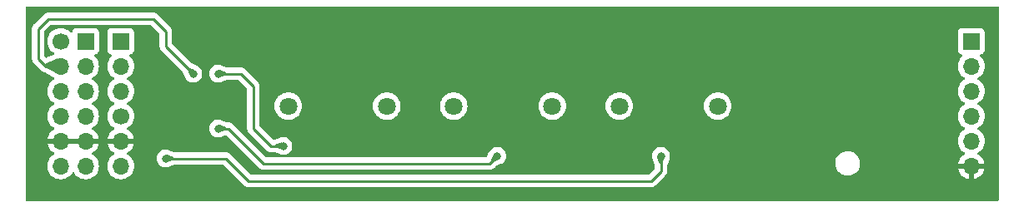
<source format=gbr>
%TF.GenerationSoftware,KiCad,Pcbnew,7.0.2*%
%TF.CreationDate,2023-10-31T00:40:57+09:00*%
%TF.ProjectId,Pmod_US_Speaker,506d6f64-5f55-4535-9f53-7065616b6572,rev?*%
%TF.SameCoordinates,Original*%
%TF.FileFunction,Copper,L2,Bot*%
%TF.FilePolarity,Positive*%
%FSLAX46Y46*%
G04 Gerber Fmt 4.6, Leading zero omitted, Abs format (unit mm)*
G04 Created by KiCad (PCBNEW 7.0.2) date 2023-10-31 00:40:57*
%MOMM*%
%LPD*%
G01*
G04 APERTURE LIST*
%TA.AperFunction,ComponentPad*%
%ADD10C,1.800000*%
%TD*%
%TA.AperFunction,ComponentPad*%
%ADD11R,1.700000X1.700000*%
%TD*%
%TA.AperFunction,ComponentPad*%
%ADD12O,1.700000X1.700000*%
%TD*%
%TA.AperFunction,ComponentPad*%
%ADD13C,1.700000*%
%TD*%
%TA.AperFunction,ViaPad*%
%ADD14C,0.800000*%
%TD*%
%TA.AperFunction,Conductor*%
%ADD15C,0.250000*%
%TD*%
G04 APERTURE END LIST*
D10*
%TO.P,U1,1,1*%
%TO.N,Net-(IC1-OUTA)*%
X118618000Y-101600000D03*
%TO.P,U1,2,2*%
%TO.N,Net-(IC1-OUTB)*%
X128618000Y-101600000D03*
%TD*%
D11*
%TO.P,REF\u002A\u002A,1*%
%TO.N,Net-(IC1-VS)*%
X187960000Y-94996000D03*
D12*
%TO.P,REF\u002A\u002A,2*%
%TO.N,N/C*%
X187960000Y-97536000D03*
%TO.P,REF\u002A\u002A,3*%
X187960000Y-100076000D03*
%TO.P,REF\u002A\u002A,4*%
X187960000Y-102616000D03*
%TO.P,REF\u002A\u002A,5*%
X187960000Y-105156000D03*
%TO.P,REF\u002A\u002A,6*%
%TO.N,GND*%
X187960000Y-107696000D03*
%TD*%
D10*
%TO.P,U3,1,1*%
%TO.N,Net-(IC3-OUTA)*%
X152226000Y-101600000D03*
%TO.P,U3,2,2*%
%TO.N,Net-(IC3-OUTB)*%
X162226000Y-101600000D03*
%TD*%
%TO.P,U2,1,1*%
%TO.N,Net-(IC2-OUTA)*%
X135415000Y-101600000D03*
%TO.P,U2,2,2*%
%TO.N,Net-(IC2-OUTB)*%
X145415000Y-101600000D03*
%TD*%
D13*
%TO.P,REF\u002A\u002A,1*%
%TO.N,unconnected-(J1-Pin_4-Pad4)*%
X101600000Y-102616000D03*
D12*
%TO.P,REF\u002A\u002A,2*%
%TO.N,GND*%
X101600000Y-105156000D03*
%TO.P,REF\u002A\u002A,3*%
%TO.N,VCC*%
X101600000Y-107696000D03*
%TD*%
D11*
%TO.P,J3,1,Pin_1*%
%TO.N,Net-(IC1-INA)*%
X101600000Y-94996000D03*
D12*
%TO.P,J3,2,Pin_2*%
%TO.N,Net-(IC2-INA)*%
X101600000Y-97536000D03*
%TO.P,J3,3,Pin_3*%
%TO.N,Net-(IC3-INA)*%
X101600000Y-100076000D03*
%TD*%
D11*
%TO.P,J1,1,Pin_1*%
%TO.N,Net-(IC1-INA)*%
X98043000Y-94996000D03*
D12*
%TO.P,J1,2,Pin_2*%
%TO.N,Net-(IC2-INA)*%
X98043000Y-97536000D03*
%TO.P,J1,3,Pin_3*%
%TO.N,Net-(IC3-INA)*%
X98043000Y-100076000D03*
%TO.P,J1,4,Pin_4*%
%TO.N,unconnected-(J1-Pin_4-Pad4)*%
X98043000Y-102616000D03*
%TO.P,J1,5,Pin_5*%
%TO.N,GND*%
X98043000Y-105156000D03*
%TO.P,J1,6,Pin_6*%
%TO.N,VCC*%
X98043000Y-107696000D03*
D13*
%TO.P,J1,7,Pin_7*%
%TO.N,Net-(IC1-INB)*%
X95503000Y-94996000D03*
D12*
%TO.P,J1,8,Pin_8*%
%TO.N,Net-(IC2-INB)*%
X95503000Y-97536000D03*
%TO.P,J1,9,Pin_9*%
%TO.N,Net-(IC3-INB)*%
X95503000Y-100076000D03*
%TO.P,J1,10,Pin_10*%
%TO.N,unconnected-(J1-Pin_10-Pad10)*%
X95503000Y-102616000D03*
%TO.P,J1,11,Pin_11*%
%TO.N,GND*%
X95503000Y-105156000D03*
%TO.P,J1,12,Pin_12*%
%TO.N,VCC*%
X95503000Y-107696000D03*
%TD*%
D14*
%TO.N,GND*%
X132080000Y-96012000D03*
X148844000Y-96012000D03*
X132080000Y-104140000D03*
X148844000Y-106172000D03*
%TO.N,Net-(IC1-INA)*%
X118110000Y-105664000D03*
X111506000Y-98298000D03*
%TO.N,Net-(IC2-INA)*%
X139827000Y-106680000D03*
X111506000Y-103886000D03*
%TO.N,Net-(IC2-INB)*%
X108966000Y-98298000D03*
%TO.N,Net-(IC3-INA)*%
X156464000Y-106680000D03*
X106172000Y-106934000D03*
%TD*%
D15*
%TO.N,Net-(IC1-INA)*%
X115062000Y-103886000D02*
X115062000Y-99568000D01*
X115062000Y-99568000D02*
X113792000Y-98298000D01*
X118110000Y-105664000D02*
X116840000Y-105664000D01*
X113792000Y-98298000D02*
X111506000Y-98298000D01*
X116840000Y-105664000D02*
X115062000Y-103886000D01*
%TO.N,Net-(IC2-INA)*%
X139065000Y-107442000D02*
X139827000Y-106680000D01*
X112522000Y-103886000D02*
X116078000Y-107442000D01*
X111506000Y-103886000D02*
X112522000Y-103886000D01*
X116078000Y-107442000D02*
X139065000Y-107442000D01*
%TO.N,Net-(IC2-INB)*%
X94234000Y-92710000D02*
X93218000Y-93726000D01*
X106172000Y-93980000D02*
X104902000Y-92710000D01*
X106172000Y-95504000D02*
X106172000Y-93980000D01*
X93218000Y-96774000D02*
X93980000Y-97536000D01*
X108966000Y-98298000D02*
X106172000Y-95504000D01*
X93218000Y-93726000D02*
X93218000Y-96774000D01*
X104902000Y-92710000D02*
X94234000Y-92710000D01*
X93980000Y-97536000D02*
X95504000Y-97536000D01*
%TO.N,Net-(IC3-INA)*%
X156464000Y-108204000D02*
X156464000Y-106680000D01*
X155448000Y-109220000D02*
X114554000Y-109220000D01*
X112268000Y-106934000D02*
X114554000Y-109220000D01*
X155448000Y-109220000D02*
X156464000Y-108204000D01*
X106172000Y-106934000D02*
X112268000Y-106934000D01*
%TD*%
%TA.AperFunction,Conductor*%
%TO.N,GND*%
G36*
X97583507Y-104946156D02*
G01*
X97543000Y-105084111D01*
X97543000Y-105227889D01*
X97583507Y-105365844D01*
X97609314Y-105406000D01*
X95936686Y-105406000D01*
X95962493Y-105365844D01*
X96003000Y-105227889D01*
X96003000Y-105084111D01*
X95962493Y-104946156D01*
X95936686Y-104906000D01*
X97609314Y-104906000D01*
X97583507Y-104946156D01*
G37*
%TD.AperFunction*%
%TA.AperFunction,Conductor*%
G36*
X190697039Y-91459685D02*
G01*
X190742794Y-91512489D01*
X190754000Y-91564000D01*
X190754000Y-111128000D01*
X190734315Y-111195039D01*
X190681511Y-111240794D01*
X190630000Y-111252000D01*
X92072000Y-111252000D01*
X92004961Y-111232315D01*
X91959206Y-111179511D01*
X91948000Y-111128000D01*
X91948000Y-93706194D01*
X92587840Y-93706194D01*
X92591950Y-93749673D01*
X92592500Y-93761343D01*
X92592500Y-96691256D01*
X92590235Y-96711766D01*
X92592439Y-96781872D01*
X92592500Y-96785767D01*
X92592500Y-96813350D01*
X92592988Y-96817219D01*
X92592989Y-96817225D01*
X92593004Y-96817343D01*
X92593918Y-96828967D01*
X92595290Y-96872626D01*
X92600879Y-96891860D01*
X92604825Y-96910916D01*
X92607335Y-96930792D01*
X92623414Y-96971404D01*
X92627197Y-96982451D01*
X92639382Y-97024391D01*
X92649580Y-97041635D01*
X92658136Y-97059100D01*
X92665514Y-97077732D01*
X92665515Y-97077733D01*
X92691180Y-97113059D01*
X92697593Y-97122822D01*
X92719826Y-97160416D01*
X92719829Y-97160419D01*
X92719830Y-97160420D01*
X92733995Y-97174585D01*
X92746627Y-97189375D01*
X92758406Y-97205587D01*
X92792058Y-97233426D01*
X92800699Y-97241289D01*
X93401363Y-97841953D01*
X93408184Y-97849351D01*
X93412384Y-97854295D01*
X93413156Y-97854907D01*
X93423810Y-97864400D01*
X93479197Y-97919787D01*
X93492098Y-97935889D01*
X93494212Y-97937874D01*
X93494214Y-97937877D01*
X93541561Y-97982339D01*
X93543240Y-97983916D01*
X93546036Y-97986626D01*
X93565530Y-98006120D01*
X93568615Y-98008513D01*
X93568701Y-98008580D01*
X93577573Y-98016158D01*
X93609418Y-98046062D01*
X93626974Y-98055714D01*
X93643231Y-98066392D01*
X93659064Y-98078674D01*
X93671211Y-98083930D01*
X93699156Y-98096023D01*
X93709643Y-98101160D01*
X93747908Y-98122197D01*
X93767316Y-98127180D01*
X93785710Y-98133478D01*
X93804105Y-98141438D01*
X93847254Y-98148271D01*
X93858680Y-98150638D01*
X93872210Y-98154112D01*
X93880916Y-98156348D01*
X93912486Y-98169303D01*
X94133422Y-98297999D01*
X94743460Y-98653348D01*
X94752169Y-98658920D01*
X94817158Y-98704425D01*
X94860783Y-98759001D01*
X94867977Y-98828499D01*
X94836455Y-98890854D01*
X94817158Y-98907575D01*
X94766303Y-98943185D01*
X94631595Y-99037508D01*
X94464505Y-99204598D01*
X94328965Y-99398170D01*
X94229097Y-99612336D01*
X94167936Y-99840592D01*
X94147340Y-100076000D01*
X94167936Y-100311407D01*
X94197980Y-100423531D01*
X94229097Y-100539663D01*
X94328965Y-100753830D01*
X94464505Y-100947401D01*
X94631599Y-101114495D01*
X94817160Y-101244426D01*
X94860783Y-101299002D01*
X94867976Y-101368501D01*
X94836454Y-101430855D01*
X94817159Y-101447575D01*
X94631595Y-101577508D01*
X94464505Y-101744598D01*
X94328965Y-101938170D01*
X94229097Y-102152336D01*
X94167936Y-102380592D01*
X94147340Y-102616000D01*
X94167936Y-102851407D01*
X94203866Y-102985500D01*
X94229097Y-103079663D01*
X94328965Y-103293830D01*
X94464505Y-103487401D01*
X94631599Y-103654495D01*
X94817596Y-103784732D01*
X94861219Y-103839307D01*
X94868412Y-103908806D01*
X94836890Y-103971160D01*
X94817595Y-103987880D01*
X94631919Y-104117892D01*
X94464890Y-104284921D01*
X94329400Y-104478421D01*
X94229569Y-104692507D01*
X94172364Y-104905999D01*
X94172364Y-104906000D01*
X95069314Y-104906000D01*
X95043507Y-104946156D01*
X95003000Y-105084111D01*
X95003000Y-105227889D01*
X95043507Y-105365844D01*
X95069314Y-105406000D01*
X94172364Y-105406000D01*
X94229569Y-105619492D01*
X94329399Y-105833576D01*
X94464893Y-106027081D01*
X94631918Y-106194106D01*
X94817595Y-106324119D01*
X94861219Y-106378696D01*
X94868412Y-106448195D01*
X94836890Y-106510549D01*
X94817595Y-106527269D01*
X94631595Y-106657508D01*
X94464505Y-106824598D01*
X94328965Y-107018170D01*
X94229097Y-107232336D01*
X94167936Y-107460592D01*
X94147340Y-107695999D01*
X94167936Y-107931407D01*
X94205009Y-108069764D01*
X94229097Y-108159663D01*
X94328965Y-108373830D01*
X94464505Y-108567401D01*
X94631599Y-108734495D01*
X94825170Y-108870035D01*
X95039337Y-108969903D01*
X95267592Y-109031063D01*
X95503000Y-109051659D01*
X95738408Y-109031063D01*
X95966663Y-108969903D01*
X96180830Y-108870035D01*
X96374401Y-108734495D01*
X96541495Y-108567401D01*
X96671426Y-108381839D01*
X96726002Y-108338216D01*
X96795500Y-108331022D01*
X96857855Y-108362545D01*
X96874571Y-108381837D01*
X97004505Y-108567401D01*
X97171599Y-108734495D01*
X97365170Y-108870035D01*
X97579337Y-108969903D01*
X97807592Y-109031063D01*
X98043000Y-109051659D01*
X98278408Y-109031063D01*
X98506663Y-108969903D01*
X98720830Y-108870035D01*
X98914401Y-108734495D01*
X99081495Y-108567401D01*
X99217035Y-108373830D01*
X99316903Y-108159663D01*
X99378063Y-107931408D01*
X99398659Y-107696000D01*
X100244340Y-107696000D01*
X100264936Y-107931407D01*
X100302009Y-108069764D01*
X100326097Y-108159663D01*
X100425965Y-108373830D01*
X100561505Y-108567401D01*
X100728599Y-108734495D01*
X100922170Y-108870035D01*
X101136337Y-108969903D01*
X101364592Y-109031063D01*
X101600000Y-109051659D01*
X101835408Y-109031063D01*
X102063663Y-108969903D01*
X102277830Y-108870035D01*
X102471401Y-108734495D01*
X102638495Y-108567401D01*
X102774035Y-108373830D01*
X102873903Y-108159663D01*
X102935063Y-107931408D01*
X102955659Y-107696000D01*
X102935063Y-107460592D01*
X102873903Y-107232337D01*
X102774035Y-107018171D01*
X102715097Y-106933999D01*
X105266540Y-106933999D01*
X105286326Y-107122257D01*
X105344820Y-107302284D01*
X105439466Y-107466216D01*
X105566129Y-107606889D01*
X105719269Y-107718151D01*
X105892197Y-107795144D01*
X106077352Y-107834500D01*
X106077354Y-107834500D01*
X106266648Y-107834500D01*
X106451803Y-107795144D01*
X106480059Y-107782562D01*
X106503605Y-107774791D01*
X106514400Y-107772394D01*
X106526318Y-107767889D01*
X107008584Y-107585582D01*
X107056388Y-107567510D01*
X107100234Y-107559500D01*
X111957548Y-107559500D01*
X112024587Y-107579185D01*
X112045228Y-107595818D01*
X113055825Y-108606416D01*
X114053196Y-109603787D01*
X114066096Y-109619888D01*
X114117223Y-109667900D01*
X114120020Y-109670611D01*
X114139529Y-109690120D01*
X114142709Y-109692587D01*
X114151571Y-109700155D01*
X114183418Y-109730062D01*
X114200970Y-109739711D01*
X114217238Y-109750397D01*
X114233064Y-109762673D01*
X114273146Y-109780017D01*
X114283633Y-109785155D01*
X114321907Y-109806197D01*
X114330410Y-109808379D01*
X114341308Y-109811178D01*
X114359713Y-109817478D01*
X114378104Y-109825437D01*
X114421250Y-109832270D01*
X114432668Y-109834635D01*
X114474981Y-109845500D01*
X114495016Y-109845500D01*
X114514415Y-109847027D01*
X114534196Y-109850160D01*
X114577674Y-109846050D01*
X114589344Y-109845500D01*
X155365256Y-109845500D01*
X155385762Y-109847764D01*
X155388665Y-109847672D01*
X155388667Y-109847673D01*
X155455872Y-109845561D01*
X155459768Y-109845500D01*
X155483448Y-109845500D01*
X155487350Y-109845500D01*
X155491313Y-109844999D01*
X155502962Y-109844080D01*
X155546627Y-109842709D01*
X155565859Y-109837120D01*
X155584918Y-109833174D01*
X155592099Y-109832267D01*
X155604792Y-109830664D01*
X155645407Y-109814582D01*
X155656444Y-109810803D01*
X155698390Y-109798618D01*
X155715629Y-109788422D01*
X155733102Y-109779862D01*
X155751732Y-109772486D01*
X155787064Y-109746814D01*
X155796830Y-109740400D01*
X155834418Y-109718171D01*
X155834417Y-109718171D01*
X155834420Y-109718170D01*
X155848585Y-109704004D01*
X155863373Y-109691373D01*
X155879587Y-109679594D01*
X155907438Y-109645926D01*
X155915279Y-109637309D01*
X156847788Y-108704801D01*
X156863885Y-108691906D01*
X156865873Y-108689787D01*
X156865877Y-108689786D01*
X156911949Y-108640723D01*
X156914534Y-108638055D01*
X156934120Y-108618471D01*
X156936585Y-108615292D01*
X156944167Y-108606416D01*
X156955357Y-108594500D01*
X156974062Y-108574582D01*
X156983712Y-108557027D01*
X156994400Y-108540757D01*
X157006671Y-108524938D01*
X157006673Y-108524936D01*
X157024026Y-108484832D01*
X157029157Y-108474362D01*
X157050197Y-108436092D01*
X157055175Y-108416699D01*
X157061481Y-108398282D01*
X157068596Y-108381841D01*
X157069438Y-108379896D01*
X157076272Y-108336745D01*
X157078635Y-108325331D01*
X157089500Y-108283019D01*
X157089500Y-108262982D01*
X157091027Y-108243584D01*
X157094160Y-108223804D01*
X157090050Y-108180324D01*
X157089500Y-108168655D01*
X157089500Y-107608234D01*
X157097511Y-107564388D01*
X157099359Y-107559500D01*
X157126263Y-107488328D01*
X174159709Y-107488328D01*
X174189925Y-107711388D01*
X174258409Y-107922161D01*
X174259483Y-107925464D01*
X174366148Y-108123681D01*
X174506492Y-108299666D01*
X174676004Y-108447765D01*
X174676006Y-108447766D01*
X174869237Y-108563216D01*
X174987214Y-108607493D01*
X175079976Y-108642307D01*
X175301453Y-108682500D01*
X175467378Y-108682500D01*
X175470155Y-108682500D01*
X175638188Y-108667377D01*
X175855170Y-108607493D01*
X176057973Y-108509829D01*
X176240078Y-108377522D01*
X176395632Y-108214825D01*
X176519635Y-108026968D01*
X176608103Y-107819988D01*
X176658191Y-107600537D01*
X176668290Y-107375670D01*
X176638075Y-107152613D01*
X176568517Y-106938536D01*
X176461852Y-106740319D01*
X176322610Y-106565716D01*
X176321509Y-106564335D01*
X176286917Y-106534113D01*
X176151996Y-106416235D01*
X176151993Y-106416233D01*
X175958762Y-106300783D01*
X175748025Y-106221693D01*
X175526547Y-106181500D01*
X175357845Y-106181500D01*
X175355097Y-106181747D01*
X175355081Y-106181748D01*
X175189809Y-106196623D01*
X174972828Y-106256507D01*
X174770027Y-106354170D01*
X174587925Y-106486475D01*
X174432365Y-106649178D01*
X174308365Y-106837031D01*
X174219896Y-107044012D01*
X174169809Y-107263462D01*
X174159709Y-107488328D01*
X157126263Y-107488328D01*
X157302394Y-107022399D01*
X157316580Y-106979054D01*
X157317016Y-106975672D01*
X157322064Y-106953226D01*
X157349674Y-106868256D01*
X157369460Y-106680000D01*
X157349674Y-106491744D01*
X157311410Y-106373980D01*
X157291179Y-106311715D01*
X157196533Y-106147783D01*
X157069870Y-106007110D01*
X156916730Y-105895848D01*
X156743802Y-105818855D01*
X156558648Y-105779500D01*
X156558646Y-105779500D01*
X156369354Y-105779500D01*
X156369352Y-105779500D01*
X156184197Y-105818855D01*
X156011269Y-105895848D01*
X155858129Y-106007110D01*
X155731466Y-106147783D01*
X155636820Y-106311715D01*
X155578326Y-106491742D01*
X155558540Y-106680000D01*
X155578326Y-106868259D01*
X155617706Y-106989458D01*
X155620823Y-107000879D01*
X155625604Y-107022400D01*
X155759149Y-107375670D01*
X155830488Y-107564388D01*
X155830489Y-107564389D01*
X155838500Y-107608236D01*
X155838500Y-107893547D01*
X155818815Y-107960586D01*
X155802181Y-107981228D01*
X155225228Y-108558181D01*
X155163905Y-108591666D01*
X155137547Y-108594500D01*
X114864453Y-108594500D01*
X114797414Y-108574815D01*
X114776772Y-108558181D01*
X112768802Y-106550211D01*
X112755906Y-106534113D01*
X112704775Y-106486098D01*
X112701978Y-106483387D01*
X112685227Y-106466636D01*
X112682471Y-106463880D01*
X112679290Y-106461412D01*
X112670422Y-106453837D01*
X112638582Y-106423938D01*
X112621024Y-106414285D01*
X112604764Y-106403604D01*
X112588936Y-106391327D01*
X112548851Y-106373980D01*
X112538361Y-106368841D01*
X112500091Y-106347802D01*
X112480691Y-106342821D01*
X112462284Y-106336519D01*
X112443897Y-106328562D01*
X112400758Y-106321729D01*
X112389324Y-106319361D01*
X112347019Y-106308500D01*
X112326984Y-106308500D01*
X112307586Y-106306973D01*
X112300162Y-106305797D01*
X112287805Y-106303840D01*
X112287804Y-106303840D01*
X112254751Y-106306964D01*
X112244325Y-106307950D01*
X112232656Y-106308500D01*
X107100236Y-106308500D01*
X107056390Y-106300489D01*
X106923344Y-106250195D01*
X106531435Y-106102045D01*
X106515691Y-106096093D01*
X106515665Y-106096084D01*
X106514393Y-106095603D01*
X106477045Y-106083380D01*
X106465187Y-106078813D01*
X106451805Y-106072856D01*
X106266648Y-106033500D01*
X106266646Y-106033500D01*
X106077354Y-106033500D01*
X106077352Y-106033500D01*
X105892197Y-106072855D01*
X105719269Y-106149848D01*
X105566129Y-106261110D01*
X105439466Y-106401783D01*
X105344820Y-106565715D01*
X105286326Y-106745742D01*
X105266540Y-106933999D01*
X102715097Y-106933999D01*
X102638495Y-106824599D01*
X102471401Y-106657505D01*
X102285402Y-106527267D01*
X102241780Y-106472692D01*
X102234587Y-106403193D01*
X102266109Y-106340839D01*
X102285405Y-106324119D01*
X102471078Y-106194109D01*
X102638106Y-106027081D01*
X102773600Y-105833576D01*
X102873430Y-105619492D01*
X102930636Y-105406000D01*
X102033686Y-105406000D01*
X102059493Y-105365844D01*
X102100000Y-105227889D01*
X102100000Y-105084111D01*
X102059493Y-104946156D01*
X102033686Y-104906000D01*
X102930636Y-104906000D01*
X102930635Y-104905999D01*
X102873430Y-104692507D01*
X102773599Y-104478421D01*
X102638109Y-104284921D01*
X102471081Y-104117893D01*
X102285404Y-103987880D01*
X102241780Y-103933303D01*
X102236884Y-103886000D01*
X110600540Y-103886000D01*
X110620326Y-104074257D01*
X110678820Y-104254284D01*
X110773466Y-104418216D01*
X110900129Y-104558889D01*
X111053269Y-104670151D01*
X111226197Y-104747144D01*
X111411352Y-104786500D01*
X111411354Y-104786500D01*
X111600648Y-104786500D01*
X111785803Y-104747144D01*
X111814059Y-104734562D01*
X111837605Y-104726791D01*
X111848400Y-104724394D01*
X112228790Y-104580597D01*
X112298457Y-104575305D01*
X112359928Y-104608519D01*
X112360309Y-104608899D01*
X113973102Y-106221693D01*
X115577196Y-107825787D01*
X115590096Y-107841888D01*
X115641223Y-107889900D01*
X115644020Y-107892611D01*
X115663529Y-107912120D01*
X115666709Y-107914587D01*
X115675571Y-107922155D01*
X115699801Y-107944909D01*
X115707418Y-107952062D01*
X115724970Y-107961711D01*
X115741238Y-107972397D01*
X115757064Y-107984673D01*
X115797146Y-108002017D01*
X115807633Y-108007155D01*
X115845907Y-108028197D01*
X115854410Y-108030379D01*
X115865308Y-108033178D01*
X115883713Y-108039478D01*
X115902104Y-108047437D01*
X115945250Y-108054270D01*
X115956668Y-108056635D01*
X115998981Y-108067500D01*
X116019016Y-108067500D01*
X116038415Y-108069027D01*
X116058196Y-108072160D01*
X116101674Y-108068050D01*
X116113344Y-108067500D01*
X138982256Y-108067500D01*
X139002762Y-108069764D01*
X139005665Y-108069672D01*
X139005667Y-108069673D01*
X139072872Y-108067561D01*
X139076768Y-108067500D01*
X139100448Y-108067500D01*
X139104350Y-108067500D01*
X139108313Y-108066999D01*
X139119962Y-108066080D01*
X139163627Y-108064709D01*
X139182859Y-108059120D01*
X139201918Y-108055174D01*
X139209099Y-108054267D01*
X139221792Y-108052664D01*
X139262407Y-108036582D01*
X139273444Y-108032803D01*
X139315390Y-108020618D01*
X139332629Y-108010422D01*
X139350102Y-108001862D01*
X139368732Y-107994486D01*
X139404064Y-107968814D01*
X139413830Y-107962400D01*
X139431311Y-107952062D01*
X139451420Y-107940170D01*
X139465585Y-107926004D01*
X139480373Y-107913373D01*
X139496587Y-107901594D01*
X139524438Y-107867926D01*
X139532279Y-107859309D01*
X139612936Y-107778652D01*
X139649597Y-107753317D01*
X140177719Y-107514948D01*
X140218422Y-107494317D01*
X140218423Y-107494315D01*
X140224176Y-107491400D01*
X140240778Y-107481492D01*
X140279730Y-107464151D01*
X140401514Y-107375670D01*
X140432870Y-107352889D01*
X140559533Y-107212216D01*
X140654179Y-107048284D01*
X140660297Y-107029455D01*
X140712674Y-106868256D01*
X140732460Y-106680000D01*
X140712674Y-106491744D01*
X140674410Y-106373980D01*
X140654179Y-106311715D01*
X140559533Y-106147783D01*
X140432870Y-106007110D01*
X140279730Y-105895848D01*
X140106802Y-105818855D01*
X139921648Y-105779500D01*
X139921646Y-105779500D01*
X139732354Y-105779500D01*
X139732352Y-105779500D01*
X139547197Y-105818855D01*
X139374269Y-105895848D01*
X139221129Y-106007110D01*
X139094466Y-106147783D01*
X138996632Y-106317237D01*
X138994929Y-106320854D01*
X138995698Y-106321201D01*
X138805084Y-106743513D01*
X138759562Y-106796518D01*
X138692611Y-106816499D01*
X138692063Y-106816500D01*
X116388453Y-106816500D01*
X116321414Y-106796815D01*
X116300772Y-106780181D01*
X113022802Y-103502211D01*
X113009906Y-103486113D01*
X112958775Y-103438098D01*
X112955978Y-103435387D01*
X112939227Y-103418636D01*
X112936471Y-103415880D01*
X112933290Y-103413412D01*
X112924422Y-103405837D01*
X112892582Y-103375938D01*
X112875024Y-103366285D01*
X112858764Y-103355604D01*
X112842936Y-103343327D01*
X112802851Y-103325980D01*
X112792361Y-103320841D01*
X112754091Y-103299802D01*
X112734691Y-103294821D01*
X112716284Y-103288519D01*
X112697897Y-103280562D01*
X112654758Y-103273729D01*
X112643324Y-103271361D01*
X112601019Y-103260500D01*
X112580984Y-103260500D01*
X112561586Y-103258973D01*
X112554162Y-103257797D01*
X112541805Y-103255840D01*
X112541804Y-103255840D01*
X112516669Y-103258216D01*
X112498325Y-103259950D01*
X112486656Y-103260500D01*
X112434236Y-103260500D01*
X112390390Y-103252489D01*
X111865435Y-103054045D01*
X111849691Y-103048093D01*
X111849665Y-103048084D01*
X111848393Y-103047603D01*
X111811045Y-103035380D01*
X111799187Y-103030813D01*
X111785805Y-103024856D01*
X111600648Y-102985500D01*
X111600646Y-102985500D01*
X111411354Y-102985500D01*
X111411352Y-102985500D01*
X111226197Y-103024855D01*
X111053269Y-103101848D01*
X110900129Y-103213110D01*
X110773466Y-103353783D01*
X110678820Y-103517715D01*
X110620326Y-103697742D01*
X110600540Y-103886000D01*
X102236884Y-103886000D01*
X102234587Y-103863804D01*
X102266109Y-103801450D01*
X102285399Y-103784734D01*
X102471401Y-103654495D01*
X102638495Y-103487401D01*
X102774035Y-103293830D01*
X102873903Y-103079663D01*
X102935063Y-102851408D01*
X102955659Y-102616000D01*
X102935063Y-102380592D01*
X102873903Y-102152337D01*
X102774035Y-101938171D01*
X102638495Y-101744599D01*
X102471401Y-101577505D01*
X102285839Y-101447573D01*
X102242215Y-101392997D01*
X102235023Y-101323498D01*
X102266545Y-101261144D01*
X102285831Y-101244432D01*
X102471401Y-101114495D01*
X102638495Y-100947401D01*
X102774035Y-100753830D01*
X102873903Y-100539663D01*
X102935063Y-100311408D01*
X102955659Y-100076000D01*
X102935063Y-99840592D01*
X102873903Y-99612337D01*
X102774035Y-99398171D01*
X102638495Y-99204599D01*
X102471401Y-99037505D01*
X102285839Y-98907573D01*
X102242216Y-98852998D01*
X102235022Y-98783500D01*
X102266545Y-98721145D01*
X102285837Y-98704428D01*
X102471401Y-98574495D01*
X102638495Y-98407401D01*
X102774035Y-98213830D01*
X102873903Y-97999663D01*
X102935063Y-97771408D01*
X102955659Y-97536000D01*
X102935063Y-97300592D01*
X102873903Y-97072337D01*
X102774035Y-96858171D01*
X102638495Y-96664599D01*
X102516569Y-96542673D01*
X102483084Y-96481350D01*
X102488068Y-96411658D01*
X102529940Y-96355725D01*
X102560915Y-96338810D01*
X102692331Y-96289796D01*
X102807546Y-96203546D01*
X102893796Y-96088331D01*
X102944091Y-95953483D01*
X102950500Y-95893873D01*
X102950499Y-94098128D01*
X102944091Y-94038517D01*
X102893796Y-93903669D01*
X102807546Y-93788454D01*
X102692331Y-93702204D01*
X102557483Y-93651909D01*
X102497873Y-93645500D01*
X102494550Y-93645500D01*
X100705439Y-93645500D01*
X100705420Y-93645500D01*
X100702128Y-93645501D01*
X100698848Y-93645853D01*
X100698840Y-93645854D01*
X100642515Y-93651909D01*
X100507669Y-93702204D01*
X100392454Y-93788454D01*
X100306204Y-93903668D01*
X100255909Y-94038516D01*
X100250265Y-94091016D01*
X100249500Y-94098127D01*
X100249500Y-94101448D01*
X100249500Y-94101449D01*
X100249500Y-95890560D01*
X100249500Y-95890578D01*
X100249501Y-95893872D01*
X100255909Y-95953483D01*
X100306204Y-96088331D01*
X100392454Y-96203546D01*
X100507669Y-96289796D01*
X100619907Y-96331658D01*
X100639082Y-96338810D01*
X100695016Y-96380681D01*
X100719433Y-96446146D01*
X100704581Y-96514419D01*
X100683431Y-96542673D01*
X100561503Y-96664601D01*
X100425965Y-96858170D01*
X100326097Y-97072336D01*
X100264936Y-97300592D01*
X100244340Y-97536000D01*
X100264936Y-97771407D01*
X100307288Y-97929466D01*
X100326097Y-97999663D01*
X100425965Y-98213830D01*
X100561505Y-98407401D01*
X100728599Y-98574495D01*
X100914160Y-98704426D01*
X100957783Y-98759002D01*
X100964976Y-98828501D01*
X100933454Y-98890855D01*
X100914158Y-98907575D01*
X100863303Y-98943185D01*
X100728595Y-99037508D01*
X100561505Y-99204598D01*
X100425965Y-99398170D01*
X100326097Y-99612336D01*
X100264936Y-99840592D01*
X100244340Y-100076000D01*
X100264936Y-100311407D01*
X100294980Y-100423531D01*
X100326097Y-100539663D01*
X100425965Y-100753830D01*
X100561505Y-100947401D01*
X100728599Y-101114495D01*
X100914160Y-101244426D01*
X100957783Y-101299002D01*
X100964976Y-101368501D01*
X100933454Y-101430855D01*
X100914159Y-101447575D01*
X100728595Y-101577508D01*
X100561505Y-101744598D01*
X100425965Y-101938170D01*
X100326097Y-102152336D01*
X100264936Y-102380592D01*
X100244340Y-102616000D01*
X100264936Y-102851407D01*
X100300866Y-102985500D01*
X100326097Y-103079663D01*
X100425965Y-103293830D01*
X100561505Y-103487401D01*
X100728599Y-103654495D01*
X100914596Y-103784732D01*
X100958219Y-103839307D01*
X100965412Y-103908806D01*
X100933890Y-103971160D01*
X100914595Y-103987880D01*
X100728919Y-104117892D01*
X100561890Y-104284921D01*
X100426400Y-104478421D01*
X100326569Y-104692507D01*
X100269364Y-104905999D01*
X100269364Y-104906000D01*
X101166314Y-104906000D01*
X101140507Y-104946156D01*
X101100000Y-105084111D01*
X101100000Y-105227889D01*
X101140507Y-105365844D01*
X101166314Y-105406000D01*
X100269364Y-105406000D01*
X100326569Y-105619492D01*
X100426399Y-105833576D01*
X100561893Y-106027081D01*
X100728918Y-106194106D01*
X100914595Y-106324119D01*
X100958219Y-106378696D01*
X100965412Y-106448195D01*
X100933890Y-106510549D01*
X100914595Y-106527269D01*
X100728595Y-106657508D01*
X100561505Y-106824598D01*
X100425965Y-107018170D01*
X100326097Y-107232336D01*
X100264936Y-107460592D01*
X100244340Y-107696000D01*
X99398659Y-107696000D01*
X99378063Y-107460592D01*
X99316903Y-107232337D01*
X99217035Y-107018171D01*
X99081495Y-106824599D01*
X98914401Y-106657505D01*
X98728402Y-106527267D01*
X98684780Y-106472692D01*
X98677587Y-106403193D01*
X98709109Y-106340839D01*
X98728405Y-106324119D01*
X98914078Y-106194109D01*
X99081106Y-106027081D01*
X99216600Y-105833576D01*
X99316430Y-105619492D01*
X99373636Y-105406000D01*
X98476686Y-105406000D01*
X98502493Y-105365844D01*
X98543000Y-105227889D01*
X98543000Y-105084111D01*
X98502493Y-104946156D01*
X98476686Y-104906000D01*
X99373636Y-104906000D01*
X99373635Y-104905999D01*
X99316430Y-104692507D01*
X99216599Y-104478421D01*
X99081109Y-104284921D01*
X98914081Y-104117893D01*
X98728404Y-103987880D01*
X98684780Y-103933303D01*
X98677587Y-103863804D01*
X98709109Y-103801450D01*
X98728399Y-103784734D01*
X98914401Y-103654495D01*
X99081495Y-103487401D01*
X99217035Y-103293830D01*
X99316903Y-103079663D01*
X99378063Y-102851408D01*
X99398659Y-102616000D01*
X99378063Y-102380592D01*
X99316903Y-102152337D01*
X99217035Y-101938171D01*
X99081495Y-101744599D01*
X98914401Y-101577505D01*
X98728839Y-101447573D01*
X98685216Y-101392998D01*
X98678022Y-101323500D01*
X98709545Y-101261145D01*
X98728837Y-101244428D01*
X98914401Y-101114495D01*
X99081495Y-100947401D01*
X99217035Y-100753830D01*
X99316903Y-100539663D01*
X99378063Y-100311408D01*
X99398659Y-100076000D01*
X99378063Y-99840592D01*
X99316903Y-99612337D01*
X99217035Y-99398171D01*
X99081495Y-99204599D01*
X98914401Y-99037505D01*
X98728839Y-98907573D01*
X98685216Y-98852998D01*
X98678022Y-98783500D01*
X98709545Y-98721145D01*
X98728837Y-98704428D01*
X98914401Y-98574495D01*
X99081495Y-98407401D01*
X99217035Y-98213830D01*
X99316903Y-97999663D01*
X99378063Y-97771408D01*
X99398659Y-97536000D01*
X99378063Y-97300592D01*
X99316903Y-97072337D01*
X99217035Y-96858171D01*
X99081495Y-96664599D01*
X98959569Y-96542673D01*
X98926084Y-96481350D01*
X98931068Y-96411658D01*
X98972940Y-96355725D01*
X99003915Y-96338810D01*
X99135331Y-96289796D01*
X99250546Y-96203546D01*
X99336796Y-96088331D01*
X99387091Y-95953483D01*
X99393500Y-95893873D01*
X99393499Y-94098128D01*
X99387091Y-94038517D01*
X99336796Y-93903669D01*
X99250546Y-93788454D01*
X99135331Y-93702204D01*
X99000483Y-93651909D01*
X98940873Y-93645500D01*
X98937550Y-93645500D01*
X97148439Y-93645500D01*
X97148420Y-93645500D01*
X97145128Y-93645501D01*
X97141848Y-93645853D01*
X97141840Y-93645854D01*
X97085515Y-93651909D01*
X96950669Y-93702204D01*
X96835454Y-93788454D01*
X96749204Y-93903669D01*
X96700189Y-94035083D01*
X96658317Y-94091016D01*
X96592852Y-94115433D01*
X96524580Y-94100581D01*
X96496326Y-94079430D01*
X96374404Y-93957508D01*
X96374401Y-93957505D01*
X96180830Y-93821965D01*
X95966663Y-93722097D01*
X95899000Y-93703967D01*
X95738407Y-93660936D01*
X95502999Y-93640340D01*
X95267592Y-93660936D01*
X95039336Y-93722097D01*
X94825170Y-93821965D01*
X94631598Y-93957505D01*
X94464505Y-94124598D01*
X94328965Y-94318170D01*
X94229097Y-94532336D01*
X94167936Y-94760592D01*
X94147340Y-94995999D01*
X94167936Y-95231407D01*
X94181286Y-95281228D01*
X94229097Y-95459663D01*
X94328965Y-95673830D01*
X94464505Y-95867401D01*
X94631599Y-96034495D01*
X94809334Y-96158946D01*
X94852957Y-96213522D01*
X94860150Y-96283021D01*
X94828628Y-96345375D01*
X94790322Y-96373038D01*
X94124814Y-96681267D01*
X94055709Y-96691579D01*
X93991999Y-96662894D01*
X93985020Y-96656430D01*
X93879817Y-96551226D01*
X93846333Y-96489905D01*
X93843500Y-96463556D01*
X93843500Y-94036451D01*
X93863185Y-93969412D01*
X93879819Y-93948771D01*
X94456772Y-93371819D01*
X94518095Y-93338334D01*
X94544453Y-93335500D01*
X104591548Y-93335500D01*
X104658587Y-93355185D01*
X104679229Y-93371819D01*
X105510180Y-94202770D01*
X105543665Y-94264093D01*
X105546499Y-94290451D01*
X105546499Y-95421260D01*
X105544235Y-95441771D01*
X105546439Y-95511873D01*
X105546500Y-95515768D01*
X105546500Y-95543350D01*
X105546988Y-95547219D01*
X105546989Y-95547225D01*
X105547004Y-95547343D01*
X105547918Y-95558967D01*
X105549290Y-95602626D01*
X105554879Y-95621860D01*
X105558825Y-95640916D01*
X105561335Y-95660792D01*
X105577414Y-95701404D01*
X105581197Y-95712451D01*
X105593382Y-95754391D01*
X105603580Y-95771635D01*
X105612136Y-95789100D01*
X105619514Y-95807732D01*
X105619515Y-95807733D01*
X105645180Y-95843059D01*
X105651593Y-95852822D01*
X105673826Y-95890416D01*
X105673829Y-95890419D01*
X105673830Y-95890420D01*
X105687995Y-95904585D01*
X105700627Y-95919375D01*
X105712406Y-95935587D01*
X105746058Y-95963426D01*
X105754699Y-95971289D01*
X107867340Y-98083930D01*
X107892680Y-98120598D01*
X107902086Y-98141438D01*
X108131051Y-98648719D01*
X108131655Y-98649911D01*
X108131681Y-98649965D01*
X108132452Y-98651485D01*
X108137917Y-98664719D01*
X108146422Y-98679451D01*
X108149632Y-98685378D01*
X108152942Y-98691907D01*
X108157804Y-98699164D01*
X108233465Y-98830214D01*
X108360129Y-98970889D01*
X108513269Y-99082151D01*
X108686197Y-99159144D01*
X108871352Y-99198500D01*
X108871354Y-99198500D01*
X109060648Y-99198500D01*
X109184084Y-99172262D01*
X109245803Y-99159144D01*
X109418730Y-99082151D01*
X109571871Y-98970888D01*
X109698533Y-98830216D01*
X109793179Y-98666284D01*
X109851674Y-98486256D01*
X109871460Y-98298000D01*
X110600540Y-98298000D01*
X110620326Y-98486257D01*
X110678820Y-98666284D01*
X110773466Y-98830216D01*
X110900129Y-98970889D01*
X111053269Y-99082151D01*
X111226197Y-99159144D01*
X111411352Y-99198500D01*
X111411354Y-99198500D01*
X111600648Y-99198500D01*
X111785803Y-99159144D01*
X111800455Y-99152620D01*
X111814059Y-99146562D01*
X111837605Y-99138791D01*
X111848400Y-99136394D01*
X111931843Y-99104851D01*
X112390388Y-98931511D01*
X112434234Y-98923500D01*
X113481548Y-98923500D01*
X113548587Y-98943185D01*
X113569229Y-98959819D01*
X114400180Y-99790770D01*
X114433665Y-99852093D01*
X114436499Y-99878451D01*
X114436500Y-103803255D01*
X114434235Y-103823766D01*
X114436438Y-103893874D01*
X114436499Y-103897763D01*
X114436499Y-103921461D01*
X114436499Y-103921474D01*
X114436500Y-103925350D01*
X114436986Y-103929202D01*
X114436987Y-103929211D01*
X114437004Y-103929343D01*
X114437918Y-103940967D01*
X114439290Y-103984626D01*
X114444879Y-104003860D01*
X114448825Y-104022916D01*
X114451335Y-104042792D01*
X114467414Y-104083404D01*
X114471197Y-104094451D01*
X114483382Y-104136391D01*
X114493580Y-104153635D01*
X114502136Y-104171100D01*
X114509514Y-104189732D01*
X114509515Y-104189733D01*
X114535180Y-104225059D01*
X114541593Y-104234822D01*
X114563826Y-104272416D01*
X114563829Y-104272419D01*
X114563830Y-104272420D01*
X114577995Y-104286585D01*
X114590627Y-104301375D01*
X114602406Y-104317587D01*
X114636058Y-104345426D01*
X114644699Y-104353289D01*
X116339197Y-106047787D01*
X116352098Y-106063889D01*
X116354212Y-106065874D01*
X116354214Y-106065877D01*
X116392729Y-106102045D01*
X116403240Y-106111916D01*
X116406036Y-106114626D01*
X116425530Y-106134120D01*
X116428615Y-106136513D01*
X116428701Y-106136580D01*
X116437573Y-106144158D01*
X116469418Y-106174062D01*
X116486974Y-106183714D01*
X116503231Y-106194392D01*
X116519064Y-106206674D01*
X116535185Y-106213649D01*
X116559156Y-106224023D01*
X116569643Y-106229160D01*
X116607908Y-106250197D01*
X116627316Y-106255180D01*
X116645710Y-106261478D01*
X116664105Y-106269438D01*
X116707254Y-106276271D01*
X116718680Y-106278638D01*
X116734222Y-106282629D01*
X116760980Y-106289500D01*
X116760981Y-106289500D01*
X116781016Y-106289500D01*
X116800413Y-106291026D01*
X116820196Y-106294160D01*
X116863674Y-106290050D01*
X116875344Y-106289500D01*
X117181766Y-106289500D01*
X117225611Y-106297510D01*
X117767599Y-106502394D01*
X117792517Y-106510549D01*
X117804962Y-106514622D01*
X117816825Y-106519190D01*
X117830197Y-106525144D01*
X117830198Y-106525144D01*
X117830200Y-106525145D01*
X118015352Y-106564500D01*
X118015354Y-106564500D01*
X118204648Y-106564500D01*
X118328083Y-106538262D01*
X118389803Y-106525144D01*
X118562730Y-106448151D01*
X118587846Y-106429903D01*
X118715870Y-106336889D01*
X118757165Y-106291027D01*
X118842533Y-106196216D01*
X118937179Y-106032284D01*
X118995674Y-105852256D01*
X119015460Y-105664000D01*
X118995674Y-105475744D01*
X118937179Y-105295716D01*
X118937179Y-105295715D01*
X118856515Y-105156000D01*
X186604340Y-105156000D01*
X186624936Y-105391407D01*
X186647534Y-105475742D01*
X186686097Y-105619663D01*
X186785965Y-105833830D01*
X186921505Y-106027401D01*
X187088599Y-106194495D01*
X187274596Y-106324732D01*
X187318219Y-106379307D01*
X187325412Y-106448806D01*
X187293890Y-106511160D01*
X187274595Y-106527880D01*
X187088919Y-106657892D01*
X186921890Y-106824921D01*
X186786400Y-107018421D01*
X186686569Y-107232507D01*
X186629364Y-107445999D01*
X186629364Y-107446000D01*
X187526314Y-107446000D01*
X187500507Y-107486156D01*
X187460000Y-107624111D01*
X187460000Y-107767889D01*
X187500507Y-107905844D01*
X187526314Y-107946000D01*
X186629364Y-107946000D01*
X186686569Y-108159492D01*
X186786399Y-108373576D01*
X186921893Y-108567081D01*
X187088918Y-108734106D01*
X187282423Y-108869600D01*
X187496509Y-108969430D01*
X187710000Y-109026634D01*
X187710000Y-108131501D01*
X187817685Y-108180680D01*
X187924237Y-108196000D01*
X187995763Y-108196000D01*
X188102315Y-108180680D01*
X188210000Y-108131501D01*
X188210000Y-109026633D01*
X188423490Y-108969430D01*
X188637576Y-108869600D01*
X188831081Y-108734106D01*
X188998106Y-108567081D01*
X189133600Y-108373576D01*
X189233430Y-108159492D01*
X189290636Y-107946000D01*
X188393686Y-107946000D01*
X188419493Y-107905844D01*
X188460000Y-107767889D01*
X188460000Y-107624111D01*
X188419493Y-107486156D01*
X188393686Y-107446000D01*
X189290636Y-107446000D01*
X189290635Y-107445999D01*
X189233430Y-107232507D01*
X189133599Y-107018421D01*
X188998109Y-106824921D01*
X188831081Y-106657893D01*
X188645404Y-106527880D01*
X188601780Y-106473303D01*
X188594587Y-106403804D01*
X188626109Y-106341450D01*
X188645399Y-106324734D01*
X188831401Y-106194495D01*
X188998495Y-106027401D01*
X189134035Y-105833830D01*
X189233903Y-105619663D01*
X189295063Y-105391408D01*
X189315659Y-105156000D01*
X189295063Y-104920592D01*
X189233903Y-104692337D01*
X189134035Y-104478171D01*
X188998495Y-104284599D01*
X188831401Y-104117505D01*
X188645839Y-103987573D01*
X188602216Y-103932998D01*
X188595022Y-103863500D01*
X188626545Y-103801145D01*
X188645837Y-103784428D01*
X188831401Y-103654495D01*
X188998495Y-103487401D01*
X189134035Y-103293830D01*
X189233903Y-103079663D01*
X189295063Y-102851408D01*
X189315659Y-102616000D01*
X189295063Y-102380592D01*
X189233903Y-102152337D01*
X189134035Y-101938171D01*
X188998495Y-101744599D01*
X188831401Y-101577505D01*
X188645839Y-101447573D01*
X188602215Y-101392997D01*
X188595023Y-101323498D01*
X188626545Y-101261144D01*
X188645831Y-101244432D01*
X188831401Y-101114495D01*
X188998495Y-100947401D01*
X189134035Y-100753830D01*
X189233903Y-100539663D01*
X189295063Y-100311408D01*
X189315659Y-100076000D01*
X189295063Y-99840592D01*
X189233903Y-99612337D01*
X189134035Y-99398171D01*
X188998495Y-99204599D01*
X188831401Y-99037505D01*
X188645839Y-98907573D01*
X188602216Y-98852998D01*
X188595022Y-98783500D01*
X188626545Y-98721145D01*
X188645837Y-98704428D01*
X188831401Y-98574495D01*
X188998495Y-98407401D01*
X189134035Y-98213830D01*
X189233903Y-97999663D01*
X189295063Y-97771408D01*
X189315659Y-97536000D01*
X189295063Y-97300592D01*
X189233903Y-97072337D01*
X189134035Y-96858171D01*
X188998495Y-96664599D01*
X188876568Y-96542672D01*
X188843084Y-96481350D01*
X188848068Y-96411658D01*
X188889940Y-96355725D01*
X188920915Y-96338810D01*
X189052331Y-96289796D01*
X189167546Y-96203546D01*
X189253796Y-96088331D01*
X189304091Y-95953483D01*
X189310500Y-95893873D01*
X189310499Y-94098128D01*
X189304091Y-94038517D01*
X189253796Y-93903669D01*
X189167546Y-93788454D01*
X189052331Y-93702204D01*
X188917483Y-93651909D01*
X188857873Y-93645500D01*
X188854550Y-93645500D01*
X187065439Y-93645500D01*
X187065420Y-93645500D01*
X187062128Y-93645501D01*
X187058848Y-93645853D01*
X187058840Y-93645854D01*
X187002515Y-93651909D01*
X186867669Y-93702204D01*
X186752454Y-93788454D01*
X186666204Y-93903668D01*
X186615909Y-94038516D01*
X186610265Y-94091016D01*
X186609500Y-94098127D01*
X186609500Y-94101448D01*
X186609500Y-94101449D01*
X186609500Y-95890560D01*
X186609500Y-95890578D01*
X186609501Y-95893872D01*
X186615909Y-95953483D01*
X186666204Y-96088331D01*
X186752454Y-96203546D01*
X186867669Y-96289796D01*
X186979907Y-96331658D01*
X186999082Y-96338810D01*
X187055016Y-96380681D01*
X187079433Y-96446146D01*
X187064581Y-96514419D01*
X187043431Y-96542673D01*
X186921503Y-96664601D01*
X186785965Y-96858170D01*
X186686097Y-97072336D01*
X186624936Y-97300592D01*
X186604340Y-97536000D01*
X186624936Y-97771407D01*
X186667288Y-97929466D01*
X186686097Y-97999663D01*
X186785965Y-98213830D01*
X186921505Y-98407401D01*
X187088599Y-98574495D01*
X187274160Y-98704426D01*
X187317783Y-98759002D01*
X187324976Y-98828501D01*
X187293454Y-98890855D01*
X187274158Y-98907575D01*
X187223303Y-98943185D01*
X187088595Y-99037508D01*
X186921505Y-99204598D01*
X186785965Y-99398170D01*
X186686097Y-99612336D01*
X186624936Y-99840592D01*
X186604340Y-100075999D01*
X186624936Y-100311407D01*
X186654980Y-100423531D01*
X186686097Y-100539663D01*
X186785965Y-100753830D01*
X186921505Y-100947401D01*
X187088599Y-101114495D01*
X187274160Y-101244426D01*
X187317783Y-101299002D01*
X187324976Y-101368501D01*
X187293454Y-101430855D01*
X187274159Y-101447575D01*
X187088595Y-101577508D01*
X186921505Y-101744598D01*
X186785965Y-101938170D01*
X186686097Y-102152336D01*
X186624936Y-102380592D01*
X186604340Y-102616000D01*
X186624936Y-102851407D01*
X186660866Y-102985500D01*
X186686097Y-103079663D01*
X186785965Y-103293830D01*
X186921505Y-103487401D01*
X187088599Y-103654495D01*
X187274160Y-103784426D01*
X187317783Y-103839002D01*
X187324976Y-103908501D01*
X187293454Y-103970855D01*
X187274158Y-103987575D01*
X187129542Y-104088837D01*
X187088595Y-104117508D01*
X186921505Y-104284598D01*
X186785965Y-104478170D01*
X186686097Y-104692336D01*
X186624936Y-104920592D01*
X186604340Y-105156000D01*
X118856515Y-105156000D01*
X118842533Y-105131783D01*
X118715870Y-104991110D01*
X118562730Y-104879848D01*
X118389802Y-104802855D01*
X118204648Y-104763500D01*
X118204646Y-104763500D01*
X118015354Y-104763500D01*
X118015352Y-104763500D01*
X117830196Y-104802855D01*
X117801937Y-104815437D01*
X117778400Y-104823205D01*
X117767596Y-104825605D01*
X117225609Y-105030489D01*
X117181763Y-105038500D01*
X117150452Y-105038500D01*
X117083413Y-105018815D01*
X117062771Y-105002181D01*
X115723819Y-103663228D01*
X115690334Y-103601905D01*
X115687500Y-103575547D01*
X115687500Y-101599999D01*
X117212699Y-101599999D01*
X117231865Y-101831299D01*
X117231865Y-101831301D01*
X117231866Y-101831305D01*
X117288843Y-102056300D01*
X117382076Y-102268849D01*
X117509021Y-102463153D01*
X117666216Y-102633913D01*
X117849374Y-102776470D01*
X118053497Y-102886936D01*
X118163257Y-102924616D01*
X118273015Y-102962297D01*
X118273017Y-102962297D01*
X118273019Y-102962298D01*
X118501951Y-103000500D01*
X118501952Y-103000500D01*
X118734048Y-103000500D01*
X118734049Y-103000500D01*
X118962981Y-102962298D01*
X119182503Y-102886936D01*
X119386626Y-102776470D01*
X119569784Y-102633913D01*
X119726979Y-102463153D01*
X119853924Y-102268849D01*
X119947157Y-102056300D01*
X120004134Y-101831305D01*
X120023300Y-101600000D01*
X127212699Y-101600000D01*
X127231865Y-101831299D01*
X127231865Y-101831301D01*
X127231866Y-101831305D01*
X127288843Y-102056300D01*
X127382076Y-102268849D01*
X127509021Y-102463153D01*
X127666216Y-102633913D01*
X127849374Y-102776470D01*
X128053497Y-102886936D01*
X128163257Y-102924616D01*
X128273015Y-102962297D01*
X128273017Y-102962297D01*
X128273019Y-102962298D01*
X128501951Y-103000500D01*
X128501952Y-103000500D01*
X128734048Y-103000500D01*
X128734049Y-103000500D01*
X128962981Y-102962298D01*
X129182503Y-102886936D01*
X129386626Y-102776470D01*
X129569784Y-102633913D01*
X129726979Y-102463153D01*
X129853924Y-102268849D01*
X129947157Y-102056300D01*
X130004134Y-101831305D01*
X130023300Y-101600000D01*
X130023300Y-101599999D01*
X134009699Y-101599999D01*
X134028865Y-101831299D01*
X134028865Y-101831301D01*
X134028866Y-101831305D01*
X134085843Y-102056300D01*
X134179076Y-102268849D01*
X134306021Y-102463153D01*
X134463216Y-102633913D01*
X134646374Y-102776470D01*
X134850497Y-102886936D01*
X134960257Y-102924616D01*
X135070015Y-102962297D01*
X135070017Y-102962297D01*
X135070019Y-102962298D01*
X135298951Y-103000500D01*
X135298952Y-103000500D01*
X135531048Y-103000500D01*
X135531049Y-103000500D01*
X135759981Y-102962298D01*
X135979503Y-102886936D01*
X136183626Y-102776470D01*
X136366784Y-102633913D01*
X136523979Y-102463153D01*
X136650924Y-102268849D01*
X136744157Y-102056300D01*
X136801134Y-101831305D01*
X136820300Y-101600000D01*
X144009699Y-101600000D01*
X144028865Y-101831299D01*
X144028865Y-101831301D01*
X144028866Y-101831305D01*
X144085843Y-102056300D01*
X144179076Y-102268849D01*
X144306021Y-102463153D01*
X144463216Y-102633913D01*
X144646374Y-102776470D01*
X144850497Y-102886936D01*
X144960257Y-102924616D01*
X145070015Y-102962297D01*
X145070017Y-102962297D01*
X145070019Y-102962298D01*
X145298951Y-103000500D01*
X145298952Y-103000500D01*
X145531048Y-103000500D01*
X145531049Y-103000500D01*
X145759981Y-102962298D01*
X145979503Y-102886936D01*
X146183626Y-102776470D01*
X146366784Y-102633913D01*
X146523979Y-102463153D01*
X146650924Y-102268849D01*
X146744157Y-102056300D01*
X146801134Y-101831305D01*
X146820300Y-101600000D01*
X146820300Y-101599999D01*
X150820699Y-101599999D01*
X150839865Y-101831299D01*
X150839865Y-101831301D01*
X150839866Y-101831305D01*
X150896843Y-102056300D01*
X150990076Y-102268849D01*
X151117021Y-102463153D01*
X151274216Y-102633913D01*
X151457374Y-102776470D01*
X151661497Y-102886936D01*
X151771257Y-102924616D01*
X151881015Y-102962297D01*
X151881017Y-102962297D01*
X151881019Y-102962298D01*
X152109951Y-103000500D01*
X152109952Y-103000500D01*
X152342048Y-103000500D01*
X152342049Y-103000500D01*
X152570981Y-102962298D01*
X152790503Y-102886936D01*
X152994626Y-102776470D01*
X153177784Y-102633913D01*
X153334979Y-102463153D01*
X153461924Y-102268849D01*
X153555157Y-102056300D01*
X153612134Y-101831305D01*
X153631300Y-101600000D01*
X153631300Y-101599999D01*
X160820699Y-101599999D01*
X160839865Y-101831299D01*
X160839865Y-101831301D01*
X160839866Y-101831305D01*
X160896843Y-102056300D01*
X160990076Y-102268849D01*
X161117021Y-102463153D01*
X161274216Y-102633913D01*
X161457374Y-102776470D01*
X161661497Y-102886936D01*
X161771258Y-102924616D01*
X161881015Y-102962297D01*
X161881017Y-102962297D01*
X161881019Y-102962298D01*
X162109951Y-103000500D01*
X162109952Y-103000500D01*
X162342048Y-103000500D01*
X162342049Y-103000500D01*
X162570981Y-102962298D01*
X162790503Y-102886936D01*
X162994626Y-102776470D01*
X163177784Y-102633913D01*
X163334979Y-102463153D01*
X163461924Y-102268849D01*
X163555157Y-102056300D01*
X163612134Y-101831305D01*
X163631300Y-101600000D01*
X163612134Y-101368695D01*
X163555157Y-101143700D01*
X163461924Y-100931151D01*
X163334979Y-100736847D01*
X163177784Y-100566087D01*
X162994626Y-100423530D01*
X162790503Y-100313064D01*
X162790499Y-100313062D01*
X162790498Y-100313062D01*
X162570984Y-100237702D01*
X162399281Y-100209050D01*
X162342049Y-100199500D01*
X162109951Y-100199500D01*
X162064164Y-100207140D01*
X161881015Y-100237702D01*
X161661501Y-100313062D01*
X161457372Y-100423531D01*
X161274215Y-100566087D01*
X161117020Y-100736848D01*
X160990076Y-100931150D01*
X160896844Y-101143696D01*
X160839865Y-101368700D01*
X160820699Y-101599999D01*
X153631300Y-101599999D01*
X153612134Y-101368695D01*
X153555157Y-101143700D01*
X153461924Y-100931151D01*
X153334979Y-100736847D01*
X153177784Y-100566087D01*
X152994626Y-100423530D01*
X152790503Y-100313064D01*
X152790499Y-100313062D01*
X152790498Y-100313062D01*
X152570984Y-100237702D01*
X152399281Y-100209050D01*
X152342049Y-100199500D01*
X152109951Y-100199500D01*
X152064164Y-100207140D01*
X151881015Y-100237702D01*
X151661501Y-100313062D01*
X151457372Y-100423531D01*
X151274215Y-100566087D01*
X151117020Y-100736848D01*
X150990076Y-100931150D01*
X150896844Y-101143696D01*
X150839865Y-101368700D01*
X150820699Y-101599999D01*
X146820300Y-101599999D01*
X146801134Y-101368695D01*
X146744157Y-101143700D01*
X146650924Y-100931151D01*
X146523979Y-100736847D01*
X146366784Y-100566087D01*
X146183626Y-100423530D01*
X145979503Y-100313064D01*
X145979499Y-100313062D01*
X145979498Y-100313062D01*
X145759984Y-100237702D01*
X145588282Y-100209050D01*
X145531049Y-100199500D01*
X145298951Y-100199500D01*
X145253164Y-100207140D01*
X145070015Y-100237702D01*
X144850501Y-100313062D01*
X144646372Y-100423531D01*
X144463215Y-100566087D01*
X144306020Y-100736848D01*
X144179076Y-100931150D01*
X144085844Y-101143696D01*
X144028865Y-101368700D01*
X144009699Y-101600000D01*
X136820300Y-101600000D01*
X136801134Y-101368695D01*
X136744157Y-101143700D01*
X136650924Y-100931151D01*
X136523979Y-100736847D01*
X136366784Y-100566087D01*
X136183626Y-100423530D01*
X135979503Y-100313064D01*
X135979499Y-100313062D01*
X135979498Y-100313062D01*
X135759984Y-100237702D01*
X135588282Y-100209050D01*
X135531049Y-100199500D01*
X135298951Y-100199500D01*
X135253164Y-100207140D01*
X135070015Y-100237702D01*
X134850501Y-100313062D01*
X134646372Y-100423531D01*
X134463215Y-100566087D01*
X134306020Y-100736848D01*
X134179076Y-100931150D01*
X134085844Y-101143696D01*
X134028865Y-101368700D01*
X134009699Y-101599999D01*
X130023300Y-101599999D01*
X130004134Y-101368695D01*
X129947157Y-101143700D01*
X129853924Y-100931151D01*
X129726979Y-100736847D01*
X129569784Y-100566087D01*
X129386626Y-100423530D01*
X129182503Y-100313064D01*
X129182499Y-100313062D01*
X129182498Y-100313062D01*
X128962984Y-100237702D01*
X128791281Y-100209050D01*
X128734049Y-100199500D01*
X128501951Y-100199500D01*
X128456164Y-100207140D01*
X128273015Y-100237702D01*
X128053501Y-100313062D01*
X127849372Y-100423531D01*
X127666215Y-100566087D01*
X127509020Y-100736848D01*
X127382076Y-100931150D01*
X127288844Y-101143696D01*
X127231865Y-101368700D01*
X127212699Y-101600000D01*
X120023300Y-101600000D01*
X120004134Y-101368695D01*
X119947157Y-101143700D01*
X119853924Y-100931151D01*
X119726979Y-100736847D01*
X119569784Y-100566087D01*
X119386626Y-100423530D01*
X119182503Y-100313064D01*
X119182499Y-100313062D01*
X119182498Y-100313062D01*
X118962984Y-100237702D01*
X118791281Y-100209050D01*
X118734049Y-100199500D01*
X118501951Y-100199500D01*
X118456164Y-100207140D01*
X118273015Y-100237702D01*
X118053501Y-100313062D01*
X117849372Y-100423531D01*
X117666215Y-100566087D01*
X117509020Y-100736848D01*
X117382076Y-100931150D01*
X117288844Y-101143696D01*
X117231865Y-101368700D01*
X117212699Y-101599999D01*
X115687500Y-101599999D01*
X115687500Y-99650739D01*
X115689763Y-99630238D01*
X115687561Y-99560144D01*
X115687500Y-99556250D01*
X115687500Y-99532544D01*
X115687500Y-99528650D01*
X115686998Y-99524681D01*
X115686080Y-99513024D01*
X115684709Y-99469373D01*
X115679120Y-99450140D01*
X115675174Y-99431082D01*
X115672664Y-99411208D01*
X115656588Y-99370606D01*
X115652804Y-99359552D01*
X115640619Y-99317613D01*
X115640618Y-99317612D01*
X115640618Y-99317610D01*
X115630417Y-99300361D01*
X115621860Y-99282895D01*
X115614486Y-99264268D01*
X115588813Y-99228932D01*
X115582402Y-99219172D01*
X115560169Y-99181578D01*
X115546006Y-99167415D01*
X115533369Y-99152620D01*
X115521595Y-99136414D01*
X115521570Y-99136393D01*
X115487935Y-99108568D01*
X115479305Y-99100714D01*
X114292802Y-97914211D01*
X114279906Y-97898113D01*
X114228775Y-97850098D01*
X114225978Y-97847387D01*
X114209227Y-97830636D01*
X114206471Y-97827880D01*
X114203290Y-97825412D01*
X114194422Y-97817837D01*
X114162582Y-97787938D01*
X114145024Y-97778285D01*
X114128764Y-97767604D01*
X114112936Y-97755327D01*
X114072851Y-97737980D01*
X114062361Y-97732841D01*
X114024091Y-97711802D01*
X114004691Y-97706821D01*
X113986284Y-97700519D01*
X113967897Y-97692562D01*
X113924758Y-97685729D01*
X113913324Y-97683361D01*
X113871019Y-97672500D01*
X113850984Y-97672500D01*
X113831586Y-97670973D01*
X113824162Y-97669797D01*
X113811805Y-97667840D01*
X113811804Y-97667840D01*
X113778751Y-97670964D01*
X113768325Y-97671950D01*
X113756656Y-97672500D01*
X112434236Y-97672500D01*
X112390390Y-97664489D01*
X111865435Y-97466045D01*
X111849691Y-97460093D01*
X111849665Y-97460084D01*
X111848393Y-97459603D01*
X111811045Y-97447380D01*
X111799187Y-97442813D01*
X111785805Y-97436856D01*
X111600648Y-97397500D01*
X111600646Y-97397500D01*
X111411354Y-97397500D01*
X111411352Y-97397500D01*
X111226197Y-97436855D01*
X111053269Y-97513848D01*
X110900129Y-97625110D01*
X110773466Y-97765783D01*
X110678820Y-97929715D01*
X110620326Y-98109742D01*
X110600540Y-98298000D01*
X109871460Y-98298000D01*
X109851674Y-98109744D01*
X109793179Y-97929716D01*
X109793179Y-97929715D01*
X109698533Y-97765783D01*
X109571870Y-97625110D01*
X109418732Y-97513849D01*
X109353243Y-97484692D01*
X109337106Y-97476026D01*
X109316719Y-97463051D01*
X108788598Y-97224680D01*
X108751930Y-97199340D01*
X106833819Y-95281228D01*
X106800334Y-95219905D01*
X106797500Y-95193547D01*
X106797500Y-94062739D01*
X106799763Y-94042238D01*
X106799581Y-94036452D01*
X106797561Y-93972144D01*
X106797500Y-93968250D01*
X106797500Y-93944544D01*
X106797500Y-93940650D01*
X106796998Y-93936681D01*
X106796080Y-93925024D01*
X106794709Y-93881373D01*
X106789120Y-93862140D01*
X106785174Y-93843082D01*
X106782664Y-93823208D01*
X106782171Y-93821964D01*
X106766585Y-93782597D01*
X106762804Y-93771552D01*
X106750619Y-93729613D01*
X106750618Y-93729612D01*
X106750618Y-93729610D01*
X106740417Y-93712361D01*
X106731860Y-93694895D01*
X106724486Y-93676268D01*
X106698813Y-93640932D01*
X106692402Y-93631172D01*
X106676731Y-93604674D01*
X106670170Y-93593579D01*
X106656006Y-93579415D01*
X106643369Y-93564620D01*
X106631595Y-93548414D01*
X106631594Y-93548413D01*
X106597935Y-93520568D01*
X106589305Y-93512714D01*
X105402802Y-92326211D01*
X105389906Y-92310113D01*
X105338775Y-92262098D01*
X105335978Y-92259387D01*
X105319227Y-92242636D01*
X105316471Y-92239880D01*
X105313290Y-92237412D01*
X105304422Y-92229837D01*
X105272582Y-92199938D01*
X105255024Y-92190285D01*
X105238764Y-92179604D01*
X105222936Y-92167327D01*
X105182851Y-92149980D01*
X105172361Y-92144841D01*
X105134091Y-92123802D01*
X105114691Y-92118821D01*
X105096284Y-92112519D01*
X105077897Y-92104562D01*
X105034758Y-92097729D01*
X105023324Y-92095361D01*
X104981019Y-92084500D01*
X104960984Y-92084500D01*
X104941586Y-92082973D01*
X104934162Y-92081797D01*
X104921805Y-92079840D01*
X104921804Y-92079840D01*
X104896468Y-92082235D01*
X104878325Y-92083950D01*
X104866656Y-92084500D01*
X94316744Y-92084500D01*
X94296237Y-92082235D01*
X94226127Y-92084439D01*
X94222232Y-92084500D01*
X94194650Y-92084500D01*
X94190805Y-92084985D01*
X94190780Y-92084987D01*
X94190653Y-92085004D01*
X94179033Y-92085918D01*
X94135369Y-92087290D01*
X94116129Y-92092880D01*
X94097081Y-92096825D01*
X94077209Y-92099335D01*
X94036599Y-92115413D01*
X94025554Y-92119194D01*
X93983610Y-92131381D01*
X93966365Y-92141579D01*
X93948904Y-92150133D01*
X93930267Y-92157512D01*
X93894931Y-92183185D01*
X93885174Y-92189595D01*
X93847580Y-92211829D01*
X93833413Y-92225996D01*
X93818624Y-92238626D01*
X93802413Y-92250404D01*
X93774572Y-92284058D01*
X93766711Y-92292697D01*
X92834208Y-93225199D01*
X92818110Y-93238096D01*
X92770096Y-93289225D01*
X92767392Y-93292016D01*
X92750628Y-93308780D01*
X92750621Y-93308787D01*
X92747880Y-93311529D01*
X92745499Y-93314597D01*
X92745490Y-93314608D01*
X92745411Y-93314711D01*
X92737842Y-93323572D01*
X92707935Y-93355420D01*
X92698285Y-93372974D01*
X92687609Y-93389228D01*
X92675326Y-93405063D01*
X92657975Y-93445158D01*
X92652838Y-93455644D01*
X92631802Y-93493907D01*
X92626821Y-93513309D01*
X92620520Y-93531711D01*
X92612561Y-93550102D01*
X92605728Y-93593242D01*
X92603360Y-93604674D01*
X92592499Y-93646977D01*
X92592500Y-93667016D01*
X92590973Y-93686414D01*
X92587840Y-93706194D01*
X91948000Y-93706194D01*
X91948000Y-91564000D01*
X91967685Y-91496961D01*
X92020489Y-91451206D01*
X92072000Y-91440000D01*
X190630000Y-91440000D01*
X190697039Y-91459685D01*
G37*
%TD.AperFunction*%
%TD*%
%TA.AperFunction,Conductor*%
%TO.N,Net-(IC2-INB)*%
G36*
X108496071Y-97647252D02*
G01*
X109108760Y-97923793D01*
X109114891Y-97930320D01*
X109114767Y-97938909D01*
X108968563Y-98294195D01*
X108962245Y-98300542D01*
X108962195Y-98300563D01*
X108606909Y-98446767D01*
X108597955Y-98446746D01*
X108591793Y-98440760D01*
X108527676Y-98298707D01*
X108365279Y-97938909D01*
X108315252Y-97828071D01*
X108314972Y-97819121D01*
X108317641Y-97814987D01*
X108482986Y-97649642D01*
X108491258Y-97646216D01*
X108496071Y-97647252D01*
G37*
%TD.AperFunction*%
%TD*%
%TA.AperFunction,Conductor*%
%TO.N,Net-(IC1-INA)*%
G36*
X111686696Y-97938890D02*
G01*
X112298437Y-98170141D01*
X112304964Y-98176272D01*
X112306000Y-98181085D01*
X112306000Y-98414914D01*
X112302573Y-98423187D01*
X112298437Y-98425858D01*
X111669655Y-98663551D01*
X111660705Y-98663271D01*
X111654719Y-98657109D01*
X111558306Y-98425858D01*
X111506875Y-98302499D01*
X111506855Y-98293550D01*
X111654719Y-97938889D01*
X111661066Y-97932572D01*
X111669654Y-97932448D01*
X111686696Y-97938890D01*
G37*
%TD.AperFunction*%
%TD*%
%TA.AperFunction,Conductor*%
%TO.N,Net-(IC1-INA)*%
G36*
X117955294Y-105298728D02*
G01*
X117961280Y-105304890D01*
X118109123Y-105659498D01*
X118109144Y-105668452D01*
X118109123Y-105668502D01*
X117961280Y-106023109D01*
X117954933Y-106029427D01*
X117946344Y-106029551D01*
X117317563Y-105791858D01*
X117311036Y-105785727D01*
X117310000Y-105780914D01*
X117310000Y-105547085D01*
X117313427Y-105538812D01*
X117317563Y-105536141D01*
X117946345Y-105298448D01*
X117955294Y-105298728D01*
G37*
%TD.AperFunction*%
%TD*%
%TA.AperFunction,Conductor*%
%TO.N,Net-(IC2-INA)*%
G36*
X111686696Y-103526890D02*
G01*
X112298437Y-103758141D01*
X112304964Y-103764272D01*
X112306000Y-103769085D01*
X112306000Y-104002914D01*
X112302573Y-104011187D01*
X112298437Y-104013858D01*
X111669655Y-104251551D01*
X111660705Y-104251271D01*
X111654719Y-104245109D01*
X111558306Y-104013858D01*
X111506875Y-103890499D01*
X111506855Y-103881550D01*
X111654719Y-103526889D01*
X111661066Y-103520572D01*
X111669654Y-103520448D01*
X111686696Y-103526890D01*
G37*
%TD.AperFunction*%
%TD*%
%TA.AperFunction,Conductor*%
%TO.N,Net-(IC3-INA)*%
G36*
X106352696Y-106574890D02*
G01*
X106964437Y-106806141D01*
X106970964Y-106812272D01*
X106972000Y-106817085D01*
X106972000Y-107050914D01*
X106968573Y-107059187D01*
X106964437Y-107061858D01*
X106335655Y-107299551D01*
X106326705Y-107299271D01*
X106320719Y-107293109D01*
X106224306Y-107061858D01*
X106172875Y-106938499D01*
X106172855Y-106929550D01*
X106320719Y-106574889D01*
X106327066Y-106568572D01*
X106335654Y-106568448D01*
X106352696Y-106574890D01*
G37*
%TD.AperFunction*%
%TD*%
%TA.AperFunction,Conductor*%
%TO.N,Net-(IC2-INB)*%
G36*
X95182197Y-96761522D02*
G01*
X95182385Y-96761952D01*
X95491334Y-97506875D01*
X95501846Y-97532219D01*
X95501850Y-97541174D01*
X95501844Y-97541190D01*
X95182852Y-98308942D01*
X95176513Y-98315267D01*
X95167558Y-98315258D01*
X95166158Y-98314563D01*
X93838486Y-97541190D01*
X93779575Y-97506874D01*
X93774152Y-97499750D01*
X93775355Y-97490876D01*
X93777188Y-97488496D01*
X93941763Y-97323921D01*
X93945111Y-97321582D01*
X95166664Y-96755821D01*
X95175610Y-96755455D01*
X95182197Y-96761522D01*
G37*
%TD.AperFunction*%
%TD*%
%TA.AperFunction,Conductor*%
%TO.N,Net-(IC3-INA)*%
G36*
X156823109Y-106828719D02*
G01*
X156829427Y-106835066D01*
X156829551Y-106843655D01*
X156591859Y-107472437D01*
X156585728Y-107478964D01*
X156580915Y-107480000D01*
X156347085Y-107480000D01*
X156338812Y-107476573D01*
X156336141Y-107472437D01*
X156098448Y-106843655D01*
X156098728Y-106834705D01*
X156104889Y-106828719D01*
X156459500Y-106680875D01*
X156468449Y-106680855D01*
X156823109Y-106828719D01*
G37*
%TD.AperFunction*%
%TD*%
%TA.AperFunction,Conductor*%
%TO.N,Net-(IC2-INA)*%
G36*
X139467909Y-106531232D02*
G01*
X139610763Y-106590018D01*
X139823195Y-106677436D01*
X139829542Y-106683754D01*
X139829563Y-106683804D01*
X139975767Y-107039090D01*
X139975746Y-107048044D01*
X139969760Y-107054206D01*
X139357071Y-107330747D01*
X139348121Y-107331027D01*
X139343985Y-107328356D01*
X139178643Y-107163014D01*
X139175216Y-107154741D01*
X139176252Y-107149928D01*
X139222238Y-107048044D01*
X139452794Y-106537238D01*
X139459320Y-106531108D01*
X139467909Y-106531232D01*
G37*
%TD.AperFunction*%
%TD*%
M02*

</source>
